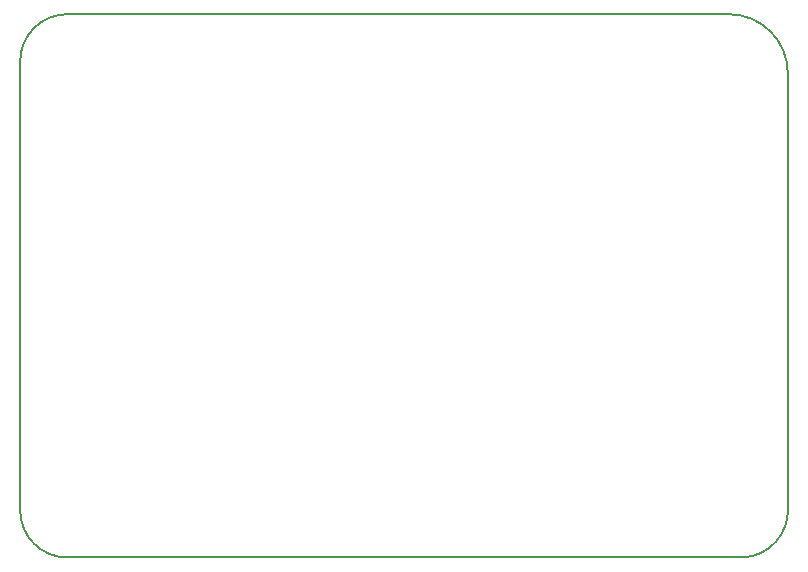
<source format=gbr>
%TF.GenerationSoftware,KiCad,Pcbnew,(after 2015-mar-04 BZR unknown)-product*%
%TF.CreationDate,2015-05-27T15:40:32-04:00*%
%TF.JobID,arduinoquad,61726475696E6F717561642E6B696361,rev?*%
%TF.FileFunction,Profile,NP*%
%FSLAX46Y46*%
G04 Gerber Fmt 4.6, Leading zero omitted, Abs format (unit mm)*
G04 Created by KiCad (PCBNEW (after 2015-mar-04 BZR unknown)-product) date 27/05/2015 3:40:32 PM*
%MOMM*%
G01*
G04 APERTURE LIST*
%ADD10C,0.100000*%
%ADD11C,0.150000*%
G04 APERTURE END LIST*
D10*
D11*
X140500000Y-71000000D02*
X196500000Y-71000000D01*
X197700000Y-117000000D02*
X140500000Y-117000000D01*
X201500000Y-112800000D02*
X201500000Y-76000000D01*
X197700000Y-117000000D02*
G75*
G03X201500000Y-112800000I-200000J4000000D01*
G01*
X136500000Y-75000000D02*
X136500000Y-113000000D01*
X140500000Y-71000000D02*
G75*
G03X136500000Y-75000000I0J-4000000D01*
G01*
X136500000Y-113000000D02*
G75*
G03X140500000Y-117000000I4000000J0D01*
G01*
X201500000Y-76000000D02*
G75*
G03X196500000Y-71000000I-5000000J0D01*
G01*
M02*

</source>
